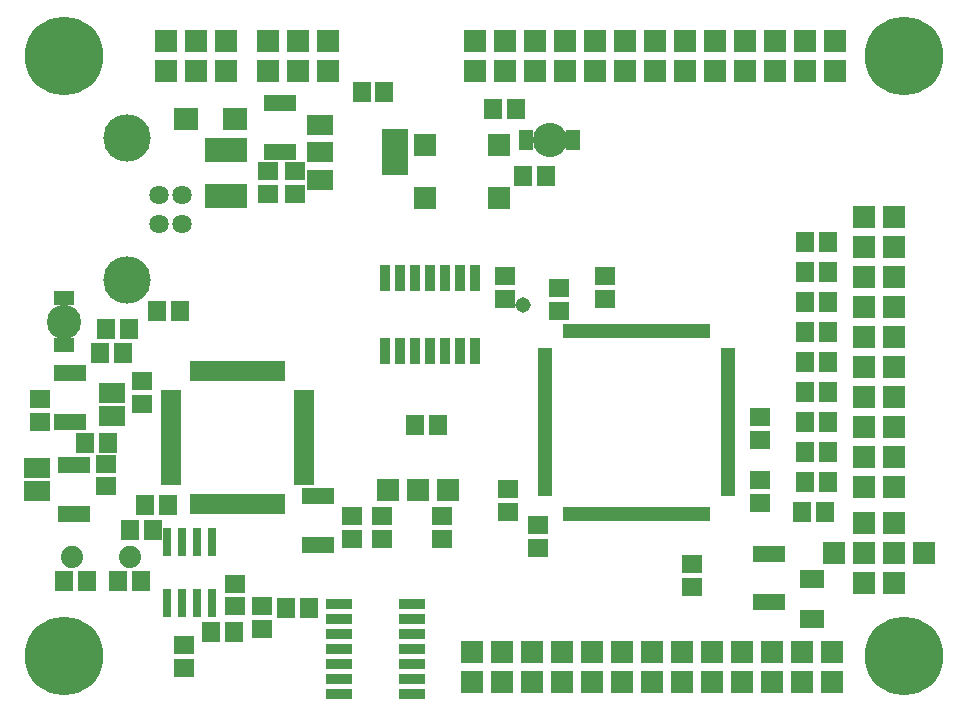
<source format=gbr>
G75*
G70*
%OFA0B0*%
%FSLAX24Y24*%
%IPPOS*%
%LPD*%
%AMOC8*
5,1,8,0,0,1.08239X$1,22.5*
%
%ADD10R,0.0316X0.0946*%
%ADD11R,0.0186X0.0651*%
%ADD12R,0.0651X0.0186*%
%ADD13R,0.0198X0.0474*%
%ADD14R,0.0474X0.0198*%
%ADD15R,0.0340X0.0880*%
%ADD16R,0.0880X0.0340*%
%ADD17R,0.0867X0.0671*%
%ADD18R,0.0867X0.1576*%
%ADD19C,0.0642*%
%ADD20C,0.1580*%
%ADD21R,0.0671X0.0592*%
%ADD22R,0.0592X0.0671*%
%ADD23R,0.0671X0.0493*%
%ADD24C,0.1143*%
%ADD25R,0.0730X0.0730*%
%ADD26R,0.0907X0.0671*%
%ADD27R,0.1080X0.0580*%
%ADD28C,0.0740*%
%ADD29R,0.0740X0.0740*%
%ADD30R,0.0493X0.0671*%
%ADD31R,0.0789X0.0631*%
%ADD32R,0.1419X0.0828*%
%ADD33R,0.0789X0.0749*%
%ADD34C,0.2620*%
%ADD35C,0.0516*%
D10*
X006000Y004426D03*
X006500Y004426D03*
X007000Y004426D03*
X007500Y004426D03*
X007500Y006474D03*
X007000Y006474D03*
X006500Y006474D03*
X006000Y006474D03*
D11*
X006874Y007735D03*
X007070Y007735D03*
X007267Y007735D03*
X007464Y007735D03*
X007661Y007735D03*
X007858Y007735D03*
X008055Y007735D03*
X008252Y007735D03*
X008448Y007735D03*
X008645Y007735D03*
X008842Y007735D03*
X009039Y007735D03*
X009236Y007735D03*
X009433Y007735D03*
X009630Y007735D03*
X009826Y007735D03*
X009826Y012165D03*
X009630Y012165D03*
X009433Y012165D03*
X009236Y012165D03*
X009039Y012165D03*
X008842Y012165D03*
X008645Y012165D03*
X008448Y012165D03*
X008252Y012165D03*
X008055Y012165D03*
X007858Y012165D03*
X007661Y012165D03*
X007464Y012165D03*
X007267Y012165D03*
X007070Y012165D03*
X006874Y012165D03*
D12*
X006135Y011426D03*
X006135Y011230D03*
X006135Y011033D03*
X006135Y010836D03*
X006135Y010639D03*
X006135Y010442D03*
X006135Y010245D03*
X006135Y010048D03*
X006135Y009852D03*
X006135Y009655D03*
X006135Y009458D03*
X006135Y009261D03*
X006135Y009064D03*
X006135Y008867D03*
X006135Y008670D03*
X006135Y008474D03*
X010565Y008474D03*
X010565Y008670D03*
X010565Y008867D03*
X010565Y009064D03*
X010565Y009261D03*
X010565Y009458D03*
X010565Y009655D03*
X010565Y009852D03*
X010565Y010048D03*
X010565Y010245D03*
X010565Y010442D03*
X010565Y010639D03*
X010565Y010836D03*
X010565Y011033D03*
X010565Y011230D03*
X010565Y011426D03*
D13*
X019288Y013501D03*
X019485Y013501D03*
X019681Y013501D03*
X019878Y013501D03*
X020075Y013501D03*
X020272Y013501D03*
X020469Y013501D03*
X020666Y013501D03*
X020863Y013501D03*
X021059Y013501D03*
X021256Y013501D03*
X021453Y013501D03*
X021650Y013501D03*
X021847Y013501D03*
X022044Y013501D03*
X022241Y013501D03*
X022437Y013501D03*
X022634Y013501D03*
X022831Y013501D03*
X023028Y013501D03*
X023225Y013501D03*
X023422Y013501D03*
X023619Y013501D03*
X023815Y013501D03*
X024012Y013501D03*
X024012Y007399D03*
X023815Y007399D03*
X023619Y007399D03*
X023422Y007399D03*
X023225Y007399D03*
X023028Y007399D03*
X022831Y007399D03*
X022634Y007399D03*
X022437Y007399D03*
X022241Y007399D03*
X022044Y007399D03*
X021847Y007399D03*
X021650Y007399D03*
X021453Y007399D03*
X021256Y007399D03*
X021059Y007399D03*
X020863Y007399D03*
X020666Y007399D03*
X020469Y007399D03*
X020272Y007399D03*
X020075Y007399D03*
X019878Y007399D03*
X019681Y007399D03*
X019485Y007399D03*
X019288Y007399D03*
D14*
X018599Y008088D03*
X018599Y008285D03*
X018599Y008481D03*
X018599Y008678D03*
X018599Y008875D03*
X018599Y009072D03*
X018599Y009269D03*
X018599Y009466D03*
X018599Y009663D03*
X018599Y009859D03*
X018599Y010056D03*
X018599Y010253D03*
X018599Y010450D03*
X018599Y010647D03*
X018599Y010844D03*
X018599Y011041D03*
X018599Y011237D03*
X018599Y011434D03*
X018599Y011631D03*
X018599Y011828D03*
X018599Y012025D03*
X018599Y012222D03*
X018599Y012419D03*
X018599Y012615D03*
X018599Y012812D03*
X024701Y012812D03*
X024701Y012615D03*
X024701Y012419D03*
X024701Y012222D03*
X024701Y012025D03*
X024701Y011828D03*
X024701Y011631D03*
X024701Y011434D03*
X024701Y011237D03*
X024701Y011041D03*
X024701Y010844D03*
X024701Y010647D03*
X024701Y010450D03*
X024701Y010253D03*
X024701Y010056D03*
X024701Y009859D03*
X024701Y009663D03*
X024701Y009466D03*
X024701Y009269D03*
X024701Y009072D03*
X024701Y008875D03*
X024701Y008678D03*
X024701Y008481D03*
X024701Y008285D03*
X024701Y008088D03*
D15*
X016250Y012840D03*
X015750Y012840D03*
X015250Y012840D03*
X014750Y012840D03*
X014250Y012840D03*
X013750Y012840D03*
X013250Y012840D03*
X013250Y015260D03*
X013750Y015260D03*
X014250Y015260D03*
X014750Y015260D03*
X015250Y015260D03*
X015750Y015260D03*
X016250Y015260D03*
D16*
X014160Y004400D03*
X014160Y003900D03*
X014160Y003400D03*
X014160Y002900D03*
X014160Y002400D03*
X014160Y001900D03*
X014160Y001400D03*
X011740Y001400D03*
X011740Y001900D03*
X011740Y002400D03*
X011740Y002900D03*
X011740Y003400D03*
X011740Y003900D03*
X011740Y004400D03*
D17*
X011110Y018544D03*
X011110Y019450D03*
X011110Y020356D03*
D18*
X013590Y019450D03*
D19*
X006500Y018042D03*
X005713Y018042D03*
X005713Y017058D03*
X006500Y017058D03*
D20*
X004650Y015188D03*
X004650Y019912D03*
D21*
X009350Y018824D03*
X009350Y018076D03*
X010250Y018076D03*
X010250Y018824D03*
X017250Y015324D03*
X017250Y014576D03*
X019050Y014924D03*
X019050Y014176D03*
X020600Y014576D03*
X020600Y015324D03*
X025750Y010624D03*
X025750Y009876D03*
X025750Y008524D03*
X025750Y007776D03*
X023500Y005724D03*
X023500Y004976D03*
X018350Y006276D03*
X018350Y007024D03*
X017350Y007476D03*
X017350Y008224D03*
X015150Y007324D03*
X015150Y006576D03*
X013150Y006576D03*
X013150Y007324D03*
X012150Y007324D03*
X012150Y006576D03*
X009150Y004324D03*
X008250Y004326D03*
X008250Y005074D03*
X009150Y003576D03*
X006550Y003024D03*
X006550Y002276D03*
X003950Y008326D03*
X003950Y009074D03*
X001750Y010476D03*
X001750Y011224D03*
X005150Y011076D03*
X005150Y011824D03*
D22*
X004524Y012750D03*
X003776Y012750D03*
X003976Y013550D03*
X004724Y013550D03*
X005676Y014150D03*
X006424Y014150D03*
X004024Y009750D03*
X003276Y009750D03*
X005276Y007700D03*
X006024Y007700D03*
X005524Y006850D03*
X004776Y006850D03*
X005124Y005150D03*
X004376Y005150D03*
X003324Y005150D03*
X002576Y005150D03*
X007476Y003450D03*
X008224Y003450D03*
X009976Y004250D03*
X010724Y004250D03*
X014276Y010350D03*
X015024Y010350D03*
X017876Y018650D03*
X018624Y018650D03*
X017624Y020900D03*
X016876Y020900D03*
X013245Y021469D03*
X012497Y021469D03*
X027276Y016450D03*
X028024Y016450D03*
X028024Y015450D03*
X027276Y015450D03*
X027276Y014450D03*
X028024Y014450D03*
X028024Y013450D03*
X027276Y013450D03*
X027276Y012450D03*
X028024Y012450D03*
X028024Y011450D03*
X027276Y011450D03*
X027276Y010450D03*
X028024Y010450D03*
X028024Y009450D03*
X027276Y009450D03*
X027276Y008450D03*
X028024Y008450D03*
X027924Y007450D03*
X027176Y007450D03*
D23*
X002550Y013013D03*
X002550Y014587D03*
D24*
X002550Y013800D03*
X018750Y019850D03*
D25*
X018250Y022150D03*
X019250Y022150D03*
X019250Y023150D03*
X018250Y023150D03*
X017250Y023150D03*
X016250Y023150D03*
X016250Y022150D03*
X017250Y022150D03*
X020250Y022150D03*
X021250Y022150D03*
X022250Y022150D03*
X022250Y023150D03*
X021250Y023150D03*
X020250Y023150D03*
X023250Y023150D03*
X024250Y023150D03*
X025250Y023150D03*
X025250Y022150D03*
X024250Y022150D03*
X023250Y022150D03*
X026250Y022150D03*
X027250Y022150D03*
X027250Y023150D03*
X026250Y023150D03*
X028250Y023150D03*
X028250Y022150D03*
X029225Y017300D03*
X030225Y017300D03*
X030225Y016300D03*
X029225Y016300D03*
X029225Y015300D03*
X030225Y015300D03*
X030225Y014300D03*
X029225Y014300D03*
X029225Y013300D03*
X030225Y013300D03*
X030225Y012300D03*
X029225Y012300D03*
X029225Y011300D03*
X030225Y011300D03*
X030225Y010300D03*
X029225Y010300D03*
X029225Y009300D03*
X030225Y009300D03*
X030225Y008300D03*
X029225Y008300D03*
X029227Y007095D03*
X030227Y007095D03*
X030227Y006095D03*
X029227Y006095D03*
X028227Y006095D03*
X029227Y005095D03*
X030227Y005095D03*
X031227Y006095D03*
X028150Y002800D03*
X027150Y002800D03*
X026150Y002800D03*
X026150Y001800D03*
X027150Y001800D03*
X028150Y001800D03*
X025150Y001800D03*
X024150Y001800D03*
X024150Y002800D03*
X025150Y002800D03*
X023150Y002800D03*
X022150Y002800D03*
X021150Y002800D03*
X021150Y001800D03*
X022150Y001800D03*
X023150Y001800D03*
X020150Y001800D03*
X019150Y001800D03*
X018150Y001800D03*
X018150Y002800D03*
X019150Y002800D03*
X020150Y002800D03*
X017150Y002800D03*
X016150Y002800D03*
X016150Y001800D03*
X017150Y001800D03*
X015350Y008200D03*
X014350Y008200D03*
X013350Y008200D03*
X011350Y022150D03*
X010350Y022150D03*
X009350Y022150D03*
X009350Y023150D03*
X010350Y023150D03*
X011350Y023150D03*
X007950Y023150D03*
X006950Y023150D03*
X005950Y023150D03*
X005950Y022150D03*
X006950Y022150D03*
X007950Y022150D03*
D26*
X004150Y011444D03*
X004150Y010656D03*
X001650Y008944D03*
X001650Y008156D03*
D27*
X002900Y007400D03*
X002900Y009025D03*
X002750Y010475D03*
X002750Y012100D03*
X011025Y008000D03*
X011025Y006375D03*
X026078Y006074D03*
X026078Y004449D03*
X009750Y019475D03*
X009750Y021100D03*
D28*
X004761Y005950D03*
X002839Y005950D03*
D29*
X014585Y017939D03*
X014585Y019711D03*
X017065Y019711D03*
X017065Y017939D03*
D30*
X017963Y019850D03*
X019537Y019850D03*
D31*
X027490Y005236D03*
X027490Y003898D03*
D32*
X007950Y017982D03*
X007950Y019518D03*
D33*
X008257Y020550D03*
X006643Y020550D03*
D34*
X002550Y002650D03*
X002550Y022650D03*
X030550Y022650D03*
X030550Y002650D03*
D35*
X017850Y014350D03*
M02*

</source>
